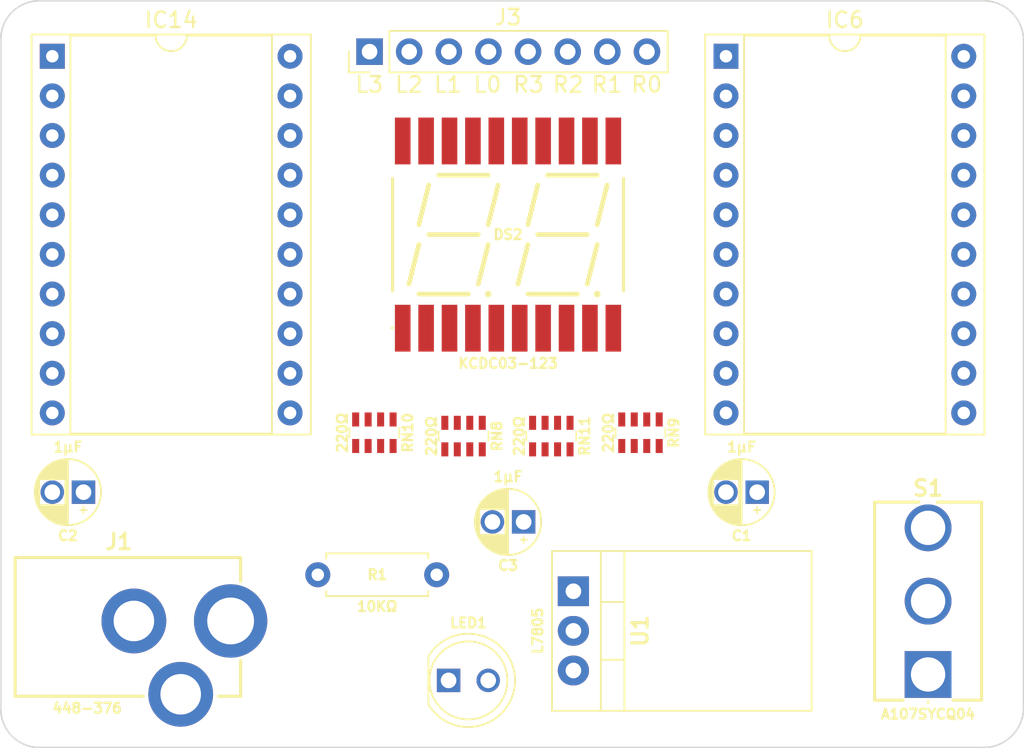
<source format=kicad_pcb>
(kicad_pcb (version 20240108) (generator "pcbnew") (generator_version "8.0")
  (title_block (title "W65C816 Debug Display") (date "2024-02-15") (rev "V1"))
  (layers (0 "F.Cu" signal) (31 "B.Cu" signal) (34 "B.Paste" user) (35 "F.Paste" user) (36 "B.SilkS" user "B.Silkscreen") (37 "F.SilkS" user "F.Silkscreen") (38 "B.Mask" user) (39 "F.Mask" user) (44 "Edge.Cuts" user))
  (net 0 "")
  (net 1 "/GND")
  (net 2 "/12V Socket")
  (net 5 "Net-(LED1-K)")
  (net 7 "/12V")
  (net 8 "/5V")
  (net 9 "/Low Count Display/Right Ω Digit 0 B segment")
  (net 10 "/Low Count Display/Right Ω Digit 0 D segment")
  (net 11 "/Low Count Display/Right Ω Digit 0 A segment")
  (net 12 "/Low Count Display/Right Ω Digit 0 C segment")
  (net 13 "/Low Count Display/Left Ω Digit 0 D segment")
  (net 14 "/Low Count Display/Left Ω Digit 0 G segment")
  (net 15 "/Low Count Display/Left Ω Digit 0 F segment")
  (net 16 "/Low Count Display/Left Ω Digit 0 E segment")
  (net 17 "/Low Count Display/Left Ω Digit 0 C segment")
  (net 18 "/Low Count Display/Right Ω Digit 0 E segment")
  (net 19 "/Low Count Display/Left Ω Digit 0 A segment")
  (net 20 "/Low Count Display/Left Ω Digit 0 B segment")
  (net 21 "/Low Count Display/Right Ω Digit 0 G segment")
  (net 26 "/Low Count Display/Right Ω Digit 0 F segment")
  (net 29 "/Low Count Display/Right Digit 0 D segment")
  (net 30 "IC2")
  (net 31 "IC1")
  (net 32 "/Low Count Display/Right Digit 0 B segment")
  (net 33 "/Low Count Display/Right Digit 0 A segment")
  (net 34 "/Low Count Display/Right Digit 0 G segment")
  (net 35 "/Low Count Display/Right Digit 0 E segment")
  (net 36 "/Low Count Display/Right Digit 0 C segment")
  (net 37 "IC0")
  (net 38 "IC3")
  (net 39 "/Low Count Display/Right Digit 0 F segment")
  (net 40 "/Low Count Display/Left Digit 0 G segment")
  (net 41 "IC4")
  (net 42 "/Low Count Display/Left Digit 0 F segment")
  (net 43 "IC7")
  (net 44 "/Low Count Display/Left Digit 0 D segment")
  (net 45 "IC6")
  (net 46 "/Low Count Display/Left Digit 0 C segment")
  (net 47 "/Low Count Display/Left Digit 0 A segment")
  (net 48 "/Low Count Display/Left Digit 0 E segment")
  (net 49 "IC5")
  (net 50 "/Low Count Display/Left Digit 0 B segment")
  (footprint "SamacSys_Parts:DIP-20_W15.24mm_Socket" (layer "F.Cu") (at 1.27 -39.329415)
    (property "Reference" "IC14" (at 7.62 -2.33 0) (layer "F.SilkS"))
    (property "Value" "ATF16V8BQL-15XU")
    (pad "1" thru_hole rect (at 0 0) (size 1.6 1.6) (drill 0.8) (layers "*.Cu" "*.Mask") (net 1 "/GND"))
    (pad "2" thru_hole oval (at 0 2.54) (size 1.6 1.6) (drill 0.8) (layers "*.Cu" "*.Mask") (net 41 "IC4"))
    (pad "3" thru_hole oval (at 0 5.08) (size 1.6 1.6) (drill 0.8) (layers "*.Cu" "*.Mask") (net 49 "IC5"))
    (pad "4" thru_hole oval (at 0 7.62) (size 1.6 1.6) (drill 0.8) (layers "*.Cu" "*.Mask") (net 45 "IC6"))
    (pad "5" thru_hole oval (at 0 10.16) (size 1.6 1.6) (drill 0.8) (layers "*.Cu" "*.Mask") (net 43 "IC7"))
    (pad "6" thru_hole oval (at 0 12.7) (size 1.6 1.6) (drill 0.8) (layers "*.Cu" "*.Mask") (net 1 "/GND"))
    (pad "7" thru_hole oval (at 0 15.24) (size 1.6 1.6) (drill 0.8) (layers "*.Cu" "*.Mask") (net 1 "/GND"))
    (pad "8" thru_hole oval (at 0 17.78) (size 1.6 1.6) (drill 0.8) (layers "*.Cu" "*.Mask") (net 1 "/GND"))
    (pad "9" thru_hole oval (at 0 20.32) (size 1.6 1.6) (drill 0.8) (layers "*.Cu" "*.Mask") (net 1 "/GND"))
    (pad "10" thru_hole oval (at 0 22.86) (size 1.6 1.6) (drill 0.8) (layers "*.Cu" "*.Mask") (net 1 "/GND"))
    (pad "11" thru_hole oval (at 15.24 22.86) (size 1.6 1.6) (drill 0.8) (layers "*.Cu" "*.Mask") (net 1 "/GND"))
    (pad "12" thru_hole oval (at 15.24 20.32) (size 1.6 1.6) (drill 0.8) (layers "*.Cu" "*.Mask") (net 47 "/Low Count Display/Left Digit 0 A segment"))
    (pad "13" thru_hole oval (at 15.24 17.78) (size 1.6 1.6) (drill 0.8) (layers "*.Cu" "*.Mask") (net 50 "/Low Count Display/Left Digit 0 B segment"))
    (pad "14" thru_hole oval (at 15.24 15.24) (size 1.6 1.6) (drill 0.8) (layers "*.Cu" "*.Mask") (net 46 "/Low Count Display/Left Digit 0 C segment"))
    (pad "15" thru_hole oval (at 15.24 12.7) (size 1.6 1.6) (drill 0.8) (layers "*.Cu" "*.Mask") (net 44 "/Low Count Display/Left Digit 0 D segment"))
    (pad "16" thru_hole oval (at 15.24 10.16) (size 1.6 1.6) (drill 0.8) (layers "*.Cu" "*.Mask") (net 48 "/Low Count Display/Left Digit 0 E segment"))
    (pad "17" thru_hole oval (at 15.24 7.62) (size 1.6 1.6) (drill 0.8) (layers "*.Cu" "*.Mask") (net 42 "/Low Count Display/Left Digit 0 F segment"))
    (pad "18" thru_hole oval (at 15.24 5.08) (size 1.6 1.6) (drill 0.8) (layers "*.Cu" "*.Mask") (net 40 "/Low Count Display/Left Digit 0 G segment"))
    (pad "19" thru_hole oval (at 15.24 2.54) (size 1.6 1.6) (drill 0.8) (layers "*.Cu" "*.Mask"))
    (pad "20" thru_hole oval (at 15.24 0) (size 1.6 1.6) (drill 0.8) (layers "*.Cu" "*.Mask") (net 8 "/5V"))
  )
  (footprint "SamacSys_Parts:448376" (layer "F.Cu") (at 1.473201 -3.134415 180)
    (property "Reference" "J1" (at -4.064 5.079999 360) (layer "F.SilkS") (effects (font (thickness 0.2))))
    (property "Value" "448-376" (at -2.032 -5.588 360) (layer "F.SilkS") (effects (font (size 0.635 0.635))))
    (pad "INNER" thru_hole circle (at -11.226799 0 180) (size 4.7 4.7) (drill 3) (layers "*.Cu" "*.Mask") (net 2 "/12V Socket"))
    (pad "SHL1" thru_hole circle (at -8.0268 -4.7 180) (size 4.15 4.15) (drill 2.6) (layers "*.Cu" "*.Mask") (net 1 "/GND"))
    (pad "SHL2" thru_hole circle (at -5.026799 0 180) (size 4.15 4.15) (drill 2.6) (layers "*.Cu" "*.Mask") (net 1 "/GND"))
  )
  (footprint "SamacSys_Parts:CAY16-F4" (layer "F.Cu") (at 21.8946 -15.199415 90)
    (property "Reference" "RN10" (at 0 2.159001 90) (layer "F.SilkS") (effects (font (size 0.635 0.635))))
    (property "Value" "CAY16-221J4LF" (hide yes))
    (property "Silkscreen" "220Ω" (at 0 -2.032 90) (layer "F.SilkS") (effects (font (size 0.635 0.635))))
    (pad "1" smd rect (at 0.85 1.2192 180) (size 0.45 0.9) (layers "F.Cu" "F.Paste" "F.Mask") (net 13 "/Low Count Display/Left Ω Digit 0 D segment"))
    (pad "2" smd rect (at 0.85 0.4192 180) (size 0.45 0.9) (layers "F.Cu" "F.Paste" "F.Mask") (net 16 "/Low Count Display/Left Ω Digit 0 E segment"))
    (pad "3" smd rect (at 0.85 -0.3808 180) (size 0.45 0.9) (layers "F.Cu" "F.Paste" "F.Mask") (net 15 "/Low Count Display/Left Ω Digit 0 F segment"))
    (pad "4" smd rect (at 0.85 -1.1808 180) (size 0.45 0.9) (layers "F.Cu" "F.Paste" "F.Mask") (net 14 "/Low Count Display/Left Ω Digit 0 G segment"))
    (pad "5" smd rect (at -0.85 -1.1808 180) (size 0.45 0.9) (layers "F.Cu" "F.Paste" "F.Mask") (net 40 "/Low Count Display/Left Digit 0 G segment"))
    (pad "6" smd rect (at -0.85 -0.3808 180) (size 0.45 0.9) (layers "F.Cu" "F.Paste" "F.Mask") (net 42 "/Low Count Display/Left Digit 0 F segment"))
    (pad "7" smd rect (at -0.85 0.4192 180) (size 0.45 0.9) (layers "F.Cu" "F.Paste" "F.Mask") (net 48 "/Low Count Display/Left Digit 0 E segment"))
    (pad "8" smd rect (at -0.85 1.2192 180) (size 0.45 0.9) (layers "F.Cu" "F.Paste" "F.Mask") (net 44 "/Low Count Display/Left Digit 0 D segment"))
  )
  (footprint "SamacSys_Parts:LED_D5.0mm" (layer "F.Cu") (at 26.67 0.675585)
    (property "Reference" "LED1" (at 1.27 -3.683 0) (layer "F.SilkS") (effects (font (size 0.635 0.635))))
    (property "Value" "Red")
    (pad "1" thru_hole rect (at 0 0) (size 1.5 1.5) (drill 1) (layers "*.Cu" "*.Mask") (net 5 "Net-(LED1-K)"))
    (pad "2" thru_hole circle (at 2.54 0) (size 1.5 1.5) (drill 1) (layers "*.Cu" "*.Mask") (net 1 "/GND"))
  )
  (footprint "SamacSys_Parts:CP_Radial_D4.0mm_P2.00mm" (layer "F.Cu") (at 3.270001 -11.389415 180)
    (property "Reference" "C2" (at 1 -2.794 360) (layer "F.SilkS") (effects (font (size 0.635 0.635))))
    (property "Value" "1μF" (at 1 2.8956 360) (layer "F.SilkS") (effects (font (size 0.635 0.635))))
    (pad "1" thru_hole rect (at 0 0 180) (size 1.5 1.5) (drill 1) (layers "*.Cu" "*.Mask") (net 8 "/5V"))
    (pad "2" thru_hole circle (at 2.000001 0 180) (size 1.5 1.5) (drill 1) (layers "*.Cu" "*.Mask") (net 1 "/GND"))
  )
  (footprint "SamacSys_Parts:KCDC03123" (layer "F.Cu") (at 30.48 -27.899415)
    (property "Reference" "DS2" (at 0 0 0) (layer "F.SilkS") (effects (font (size 0.635 0.635))))
    (property "Value" "KCDC03-123" (hide yes))
    (property "Silkscreen" "KCDC03-123" (at 0 8.255 0) (layer "F.SilkS") (effects (font (size 0.635 0.635))))
    (pad "1" smd rect (at -6.75 6) (size 1 3) (layers "F.Cu" "F.Paste" "F.Mask") (net 16 "/Low Count Display/Left Ω Digit 0 E segment"))
    (pad "2" smd rect (at -5.25 6) (size 1 3) (layers "F.Cu" "F.Paste" "F.Mask") (net 13 "/Low Count Display/Left Ω Digit 0 D segment"))
    (pad "3" smd rect (at -3.75 6) (size 1 3) (layers "F.Cu" "F.Paste" "F.Mask") (net 1 "/GND"))
    (pad "4" smd rect (at -2.25 6) (size 1 3) (layers "F.Cu" "F.Paste" "F.Mask") (net 17 "/Low Count Display/Left Ω Digit 0 C segment"))
    (pad "5" smd rect (at -0.75 6) (size 1 3) (layers "F.Cu" "F.Paste" "F.Mask"))
    (pad "6" smd rect (at 0.75 6) (size 1 3) (layers "F.Cu" "F.Paste" "F.Mask") (net 18 "/Low Count Display/Right Ω Digit 0 E segment"))
    (pad "7" smd rect (at 2.25 6) (size 1 3) (layers "F.Cu" "F.Paste" "F.Mask") (net 10 "/Low Count Display/Right Ω Digit 0 D segment"))
    (pad "8" smd rect (at 3.75 6) (size 1 3) (layers "F.Cu" "F.Paste" "F.Mask") (net 1 "/GND"))
    (pad "9" smd rect (at 5.25 6) (size 1 3) (layers "F.Cu" "F.Paste" "F.Mask") (net 12 "/Low Count Display/Right Ω Digit 0 C segment"))
    (pad "10" smd rect (at 6.75 6) (size 1 3) (layers "F.Cu" "F.Paste" "F.Mask"))
    (pad "11" smd rect (at 6.75 -6) (size 1 3) (layers "F.Cu" "F.Paste" "F.Mask") (net 9 "/Low Count Display/Right Ω Digit 0 B segment"))
    (pad "12" smd rect (at 5.25 -6) (size 1 3) (layers "F.Cu" "F.Paste" "F.Mask") (net 11 "/Low Count Display/Right Ω Digit 0 A segment"))
    (pad "13" smd rect (at 3.75 -6) (size 1 3) (layers "F.Cu" "F.Paste" "F.Mask") (net 1 "/GND"))
    (pad "14" smd rect (at 2.25 -6) (size 1 3) (layers "F.Cu" "F.Paste" "F.Mask") (net 26 "/Low Count Display/Right Ω Digit 0 F segment"))
    (pad "15" smd rect (at 0.75 -6) (size 1 3) (layers "F.Cu" "F.Paste" "F.Mask") (net 21 "/Low Count Display/Right Ω Digit 0 G segment"))
    (pad "16" smd rect (at -0.75 -6) (size 1 3) (layers "F.Cu" "F.Paste" "F.Mask") (net 20 "/Low Count Display/Left Ω Digit 0 B segment"))
    (pad "17" smd rect (at -2.25 -6) (size 1 3) (layers "F.Cu" "F.Paste" "F.Mask") (net 19 "/Low Count Display/Left Ω Digit 0 A segment"))
    (pad "18" smd rect (at -3.75 -6) (size 1 3) (layers "F.Cu" "F.Paste" "F.Mask") (net 1 "/GND"))
    (pad "19" smd rect (at -5.25 -6) (size 1 3) (layers "F.Cu" "F.Paste" "F.Mask") (net 15 "/Low Count Display/Left Ω Digit 0 F segment"))
    (pad "20" smd rect (at -6.75 -6) (size 1 3) (layers "F.Cu" "F.Paste" "F.Mask") (net 14 "/Low Count Display/Left Ω Digit 0 G segment"))
  )
  (footprint "SamacSys_Parts:A107SYCQ04" (layer "F.Cu") (at 57.404 0.294585)
    (property "Reference" "S1" (at 0 -11.938 0) (layer "F.SilkS") (effects (font (thickness 0.2))))
    (property "Value" "A107SYCQ04" (at 0 2.54 0) (layer "F.SilkS") (effects (font (size 0.635 0.635))))
    (pad "1" thru_hole rect (at 0 0) (size 3 3) (drill 2.2) (layers "*.Cu" "*.Mask") (net 7 "/12V"))
    (pad "2" thru_hole circle (at 0 -4.699) (size 3 3) (drill 2.2) (layers "*.Cu" "*.Mask") (net 2 "/12V Socket"))
    (pad "3" thru_hole circle (at 0 -9.398) (size 3 3) (drill 2.2) (layers "*.Cu" "*.Mask"))
  )
  (footprint "SamacSys_Parts:CAY16-F4" (layer "F.Cu") (at 33.2358 -14.984415 90)
    (property "Reference" "RN11" (at 0 2.159001 90) (layer "F.SilkS") (effects (font (size 0.635 0.635))))
    (property "Value" "CAY16-221J4LF" (hide yes))
    (property "Silkscreen" "220Ω" (at 0 -2.032 90) (layer "F.SilkS") (effects (font (size 0.635 0.635))))
    (pad "1" smd rect (at 0.85 1.2192 180) (size 0.45 0.9) (layers "F.Cu" "F.Paste" "F.Mask") (net 10 "/Low Count Display/Right Ω Digit 0 D segment"))
    (pad "2" smd rect (at 0.85 0.4192 180) (size 0.45 0.9) (layers "F.Cu" "F.Paste" "F.Mask") (net 18 "/Low Count Display/Right Ω Digit 0 E segment"))
    (pad "3" smd rect (at 0.85 -0.3808 180) (size 0.45 0.9) (layers "F.Cu" "F.Paste" "F.Mask") (net 26 "/Low Count Display/Right Ω Digit 0 F segment"))
    (pad "4" smd rect (at 0.85 -1.1808 180) (size 0.45 0.9) (layers "F.Cu" "F.Paste" "F.Mask") (net 21 "/Low Count Display/Right Ω Digit 0 G segment"))
    (pad "5" smd rect (at -0.85 -1.1808 180) (size 0.45 0.9) (layers "F.Cu" "F.Paste" "F.Mask") (net 34 "/Low Count Display/Right Digit 0 G segment"))
    (pad "6" smd rect (at -0.85 -0.3808 180) (size 0.45 0.9) (layers "F.Cu" "F.Paste" "F.Mask") (net 39 "/Low Count Display/Right Digit 0 F segment"))
    (pad "7" smd rect (at -0.85 0.4192 180) (size 0.45 0.9) (layers "F.Cu" "F.Paste" "F.Mask") (net 35 "/Low Count Display/Right Digit 0 E segment"))
    (pad "8" smd rect (at -0.85 1.2192 180) (size 0.45 0.9) (layers "F.Cu" "F.Paste" "F.Mask") (net 29 "/Low Count Display/Right Digit 0 D segment"))
  )
  (footprint "SamacSys_Parts:CP_Radial_D4.0mm_P2.00mm" (layer "F.Cu") (at 31.48 -9.484415 180)
    (property "Reference" "C3" (at 1 -2.794 360) (layer "F.SilkS") (effects (font (size 0.635 0.635))))
    (property "Value" "1μF" (at 1 2.8956 360) (layer "F.SilkS") (effects (font (size 0.635 0.635))))
    (pad "1" thru_hole rect (at 0 0 180) (size 1.5 1.5) (drill 1) (layers "*.Cu" "*.Mask") (net 8 "/5V"))
    (pad "2" thru_hole circle (at 2.000001 0 180) (size 1.5 1.5) (drill 1) (layers "*.Cu" "*.Mask") (net 1 "/GND"))
  )
  (footprint "SamacSys_Parts:R_DIN_P7.62mm" (layer "F.Cu") (at 18.288 -6.096)
    (property "Reference" "R1" (at 3.81 0 0) (layer "F.SilkS") (effects (font (size 0.635 0.635))))
    (property "Value" "10KΩ" (at 3.81 2.032 0) (layer "F.SilkS") (effects (font (size 0.635 0.635))))
    (pad "1" thru_hole circle (at 0 0) (size 1.6 1.6) (drill 0.8) (layers "*.Cu" "*.Mask") (net 5 "Net-(LED1-K)"))
    (pad "2" thru_hole oval (at 7.62 0) (size 1.6 1.6) (drill 0.8) (layers "*.Cu" "*.Mask") (net 8 "/5V"))
  )
  (footprint "SamacSys_Parts:CP_Radial_D4.0mm_P2.00mm" (layer "F.Cu") (at 46.450001 -11.389415 180)
    (property "Reference" "C1" (at 1 -2.794 360) (layer "F.SilkS") (effects (font (size 0.635 0.635))))
    (property "Value" "1μF" (at 1 2.8956 360) (layer "F.SilkS") (effects (font (size 0.635 0.635))))
    (pad "1" thru_hole rect (at 0 0 180) (size 1.5 1.5) (drill 1) (layers "*.Cu" "*.Mask") (net 8 "/5V"))
    (pad "2" thru_hole circle (at 2.000001 0 180) (size 1.5 1.5) (drill 1) (layers "*.Cu" "*.Mask") (net 1 "/GND"))
  )
  (footprint "SamacSys_Parts:DIP-20_W15.24mm_Socket" (layer "F.Cu") (at 44.45 -39.329415)
    (property "Reference" "IC6" (at 7.62 -2.33 360) (layer "F.SilkS"))
    (property "Value" "ATF16V8BQL-15XU")
    (pad "1" thru_hole rect (at 0 0) (size 1.6 1.6) (drill 0.8) (layers "*.Cu" "*.Mask") (net 1 "/GND"))
    (pad "2" thru_hole oval (at 0 2.54) (size 1.6 1.6) (drill 0.8) (layers "*.Cu" "*.Mask") (net 37 "IC0"))
    (pad "3" thru_hole oval (at 0 5.079999) (size 1.6 1.6) (drill 0.8) (layers "*.Cu" "*.Mask") (net 31 "IC1"))
    (pad "4" thru_hole oval (at 0 7.62) (size 1.6 1.6) (drill 0.8) (layers "*.Cu" "*.Mask") (net 30 "IC2"))
    (pad "5" thru_hole oval (at 0 10.16) (size 1.6 1.6) (drill 0.8) (layers "*.Cu" "*.Mask") (net 38 "IC3"))
    (pad "6" thru_hole oval (at 0 12.7) (size 1.6 1.6) (drill 0.8) (layers "*.Cu" "*.Mask") (net 1 "/GND"))
    (pad "7" thru_hole oval (at 0 15.24) (size 1.6 1.6) (drill 0.8) (layers "*.Cu" "*.Mask") (net 1 "/GND"))
    (pad "8" thru_hole oval (at 0 17.780001) (size 1.6 1.6) (drill 0.8) (layers "*.Cu" "*.Mask") (net 1 "/GND"))
    (pad "9" thru_hole oval (at 0 20.32) (size 1.6 1.6) (drill 0.8) (layers "*.Cu" "*.Mask") (net 1 "/GND"))
    (pad "10" thru_hole oval (at 0 22.86) (size 1.6 1.6) (drill 0.8) (layers "*.Cu" "*.Mask") (net 1 "/GND"))
    (pad "11" thru_hole oval (at 15.24 22.86) (size 1.6 1.6) (drill 0.8) (layers "*.Cu" "*.Mask") (net 1 "/GND"))
    (pad "12" thru_hole oval (at 15.24 20.32) (size 1.6 1.6) (drill 0.8) (layers "*.Cu" "*.Mask") (net 33 "/Low Count Display/Right Digit 0 A segment"))
    (pad "13" thru_hole oval (at 15.24 17.78) (size 1.6 1.6) (drill 0.8) (layers "*.Cu" "*.Mask") (net 32 "/Low Count Display/Right Digit 0 B segment"))
    (pad "14" thru_hole oval (at 15.24 15.24) (size 1.6 1.6) (drill 0.8) (layers "*.Cu" "*.Mask") (net 36 "/Low Count Display/Right Digit 0 C segment"))
    (pad "15" thru_hole oval (at 15.24 12.7) (size 1.6 1.6) (drill 0.8) (layers "*.Cu" "*.Mask") (net 29 "/Low Count Display/Right Digit 0 D segment"))
    (pad "16" thru_hole oval (at 15.24 10.16) (size 1.6 1.6) (drill 0.8) (layers "*.Cu" "*.Mask") (net 35 "/Low Count Display/Right Digit 0 E segment"))
    (pad "17" thru_hole oval (at 15.24 7.62) (size 1.6 1.6) (drill 0.8) (layers "*.Cu" "*.Mask") (net 39 "/Low Count Display/Right Digit 0 F segment"))
    (pad "18" thru_hole oval (at 15.24 5.08) (size 1.6 1.6) (drill 0.8) (layers "*.Cu" "*.Mask") (net 34 "/Low Count Display/Right Digit 0 G segment"))
    (pad "19" thru_hole oval (at 15.24 2.54) (size 1.6 1.6) (drill 0.8) (layers "*.Cu" "*.Mask"))
    (pad "20" thru_hole oval (at 15.24 0) (size 1.6 1.6) (drill 0.8) (layers "*.Cu" "*.Mask") (net 8 "/5V"))
  )
  (footprint "SamacSys_Parts:CAY16-F4" (layer "F.Cu") (at 27.6096 -14.984415 90)
    (property "Reference" "RN8" (at 0 2.159001 90) (layer "F.SilkS") (effects (font (size 0.635 0.635))))
    (property "Value" "CAY16-221J4LF" (hide yes))
    (property "Silkscreen" "220Ω" (at 0 -2.032 90) (layer "F.SilkS") (effects (font (size 0.635 0.635))))
    (pad "1" smd rect (at 0.85 1.2192 180) (size 0.45 0.9) (layers "F.Cu" "F.Paste" "F.Mask"))
    (pad "2" smd rect (at 0.85 0.4192 180) (size 0.45 0.9) (layers "F.Cu" "F.Paste" "F.Mask") (net 19 "/Low Count Display/Left Ω Digit 0 A segment"))
    (pad "3" smd rect (at 0.85 -0.3808 180) (size 0.45 0.9) (layers "F.Cu" "F.Paste" "F.Mask") (net 20 "/Low Count Display/Left Ω Digit 0 B segment"))
    (pad "4" smd rect (at 0.85 -1.1808 180) (size 0.45 0.9) (layers "F.Cu" "F.Paste" "F.Mask") (net 17 "/Low Count Display/Left Ω Digit 0 C segment"))
    (pad "5" smd rect (at -0.85 -1.1808 180) (size 0.45 0.9) (layers "F.Cu" "F.Paste" "F.Mask") (net 46 "/Low Count Display/Left Digit 0 C segment"))
    (pad "6" smd rect (at -0.85 -0.3808 180) (size 0.45 0.9) (layers "F.Cu" "F.Paste" "F.Mask") (net 50 "/Low Count Display/Left Digit 0 B segment"))
    (pad "7" smd rect (at -0.85 0.4192 180) (size 0.45 0.9) (layers "F.Cu" "F.Paste" "F.Mask") (net 47 "/Low Count Display/Left Digit 0 A segment"))
    (pad "8" smd rect (at -0.85 1.2192 180) (size 0.45 0.9) (layers "F.Cu" "F.Paste" "F.Mask"))
  )
  (footprint "SamacSys_Parts:CAY16-F4" (layer "F.Cu") (at 38.9508 -15.199415 90)
    (property "Reference" "RN9" (at 0 2.159001 90) (layer "F.SilkS") (effects (font (size 0.635 0.635))))
    (property "Value" "CAY16-221J4LF" (hide yes))
    (property "Silkscreen" "220Ω" (at 0 -2.032 90) (layer "F.SilkS") (effects (font (size 0.635 0.635))))
    (pad "1" smd rect (at 0.85 1.2192 180) (size 0.45 0.9) (layers "F.Cu" "F.Paste" "F.Mask"))
    (pad "2" smd rect (at 0.85 0.4192 180) (size 0.45 0.9) (layers "F.Cu" "F.Paste" "F.Mask") (net 11 "/Low Count Display/Right Ω Digit 0 A segment"))
    (pad "3" smd rect (at 0.85 -0.3808 180) (size 0.45 0.9) (layers "F.Cu" "F.Paste" "F.Mask") (net 9 "/Low Count Display/Right Ω Digit 0 B segment"))
    (pad "4" smd rect (at 0.85 -1.1808 180) (size 0.45 0.9) (layers "F.Cu" "F.Paste" "F.Mask") (net 12 "/Low Count Display/Right Ω Digit 0 C segment"))
    (pad "5" smd rect (at -0.85 -1.1808 180) (size 0.45 0.9) (layers "F.Cu" "F.Paste" "F.Mask") (net 36 "/Low Count Display/Right Digit 0 C segment"))
    (pad "6" smd rect (at -0.85 -0.3808 180) (size 0.45 0.9) (layers "F.Cu" "F.Paste" "F.Mask") (net 32 "/Low Count Display/Right Digit 0 B segment"))
    (pad "7" smd rect (at -0.85 0.4192 180) (size 0.45 0.9) (layers "F.Cu" "F.Paste" "F.Mask") (net 33 "/Low Count Display/Right Digit 0 A segment"))
    (pad "8" smd rect (at -0.85 1.2192 180) (size 0.45 0.9) (layers "F.Cu" "F.Paste" "F.Mask"))
  )
  (footprint "SamacSys_Parts:TO-220-3_Vertical" (layer "F.Cu") (at 34.671 -5.039414 -90)
    (property "Reference" "U1" (at 2.54 -4.27 90) (layer "F.SilkS") (effects (font (thickness 0.2))))
    (property "Value" "L7805" (at 2.54 2.286 90) (layer "F.SilkS") (effects (font (size 0.635 0.635))))
    (pad "1" thru_hole rect (at 0 0 270) (size 1.905 2) (drill 1) (layers "*.Cu" "*.Mask") (net 7 "/12V"))
    (pad "2" thru_hole oval (at 2.54 0 270) (size 1.905 2) (drill 1) (layers "*.Cu" "*.Mask") (net 1 "/GND"))
    (pad "3" thru_hole oval (at 5.079999 0 270) (size 1.905 2) (drill 1) (layers "*.Cu" "*.Mask") (net 8 "/5V"))
  )
  (footprint "Connector_PinHeader_2.54mm:PinHeader_1x08_P2.54mm_Vertical" (layer "F.Cu") (at 21.605 -39.624 90)
    (property "Reference" "J3" (at 2.199585 8.875 180) (layer "F.SilkS"))
    (property "Value" "Conn_01x08_Pin")
    (pad "1" thru_hole rect (at 0 0 90) (size 1.7 1.7) (drill 1) (layers "*.Cu" "*.Mask") (net 43 "IC7"))
    (pad "2" thru_hole oval (at 0 2.54 90) (size 1.7 1.7) (drill 1) (layers "*.Cu" "*.Mask") (net 45 "IC6"))
    (pad "3" thru_hole oval (at 0 5.079999 90) (size 1.7 1.7) (drill 1) (layers "*.Cu" "*.Mask") (net 49 "IC5"))
    (pad "4" thru_hole oval (at 0 7.62 90) (size 1.7 1.7) (drill 1) (layers "*.Cu" "*.Mask") (net 41 "IC4"))
    (pad "5" thru_hole oval (at 0 10.16 90) (size 1.7 1.7) (drill 1) (layers "*.Cu" "*.Mask") (net 38 "IC3"))
    (pad "6" thru_hole oval (at 0 12.7 90) (size 1.7 1.7) (drill 1) (layers "*.Cu" "*.Mask") (net 30 "IC2"))
    (pad "7" thru_hole oval (at 0 15.24 90) (size 1.7 1.7) (drill 1) (layers "*.Cu" "*.Mask") (net 31 "IC1"))
    (pad "8" thru_hole oval (at 0 17.780001 90) (size 1.7 1.7) (drill 1) (layers "*.Cu" "*.Mask") (net 37 "IC0"))
  )
  (gr_line (start -2.032 2.499415) (end -2.032 -40.408915) (stroke (width 0.1)) (layer "Edge.Cuts"))
  (gr_arc (start 60.96 -42.885415) (mid 62.772249 -42.134754) (end 63.522915 -40.3225) (stroke (width 0.1)) (layer "Edge.Cuts"))
  (gr_arc (start 63.522915 2.413) (mid 62.772255 4.225255) (end 60.96 4.975915) (stroke (width 0.1)) (layer "Edge.Cuts"))
  (gr_arc (start 0.4445 4.975915) (mid -1.30665 4.250565) (end -2.032 2.499415) (stroke (width 0.1)) (layer "Edge.Cuts"))
  (gr_arc (start -2.032 -40.408915) (mid -1.30665 -42.160065) (end 0.4445 -42.885415) (stroke (width 0.1)) (layer "Edge.Cuts"))
  (gr_line (start 0.4445 -42.885415) (end 60.96 -42.885415) (stroke (width 0.1)) (layer "Edge.Cuts"))
  (gr_line (start 63.522915 2.413) (end 63.522915 -40.3225) (stroke (width 0.1)) (layer "Edge.Cuts"))
  (gr_line (start 60.96 4.975915) (end 0.4445 4.975915) (stroke (width 0.1)) (layer "Edge.Cuts"))
  (gr_text "R2" (at 34.335001 -38.1 0) (layer "F.SilkS") (effects (font (size 1 1)) (justify top)))
  (gr_text "R3" (at 31.795001 -38.1 0) (layer "F.SilkS") (effects (font (size 1 1)) (justify top)))
  (gr_text "R1" (at 36.83 -38.1 0) (layer "F.SilkS") (effects (font (size 1 1)) (justify top)))
  (gr_text "L3" (at 21.59 -38.1 0) (layer "F.SilkS") (effects (font (size 1 1)) (justify top)))
  (gr_text "L0" (at 29.164999 -38.1 0) (layer "F.SilkS") (effects (font (size 1 1)) (justify top)))
  (gr_text "L1" (at 26.624999 -38.1 0) (layer "F.SilkS") (effects (font (size 1 1)) (justify top)))
  (gr_text "L2" (at 24.13 -38.1 0) (layer "F.SilkS") (effects (font (size 1 1)) (justify top)))
  (gr_text "R0" (at 39.37 -38.1 0) (layer "F.SilkS") (effects (font (size 1 1)) (justify top)))
)
</source>
